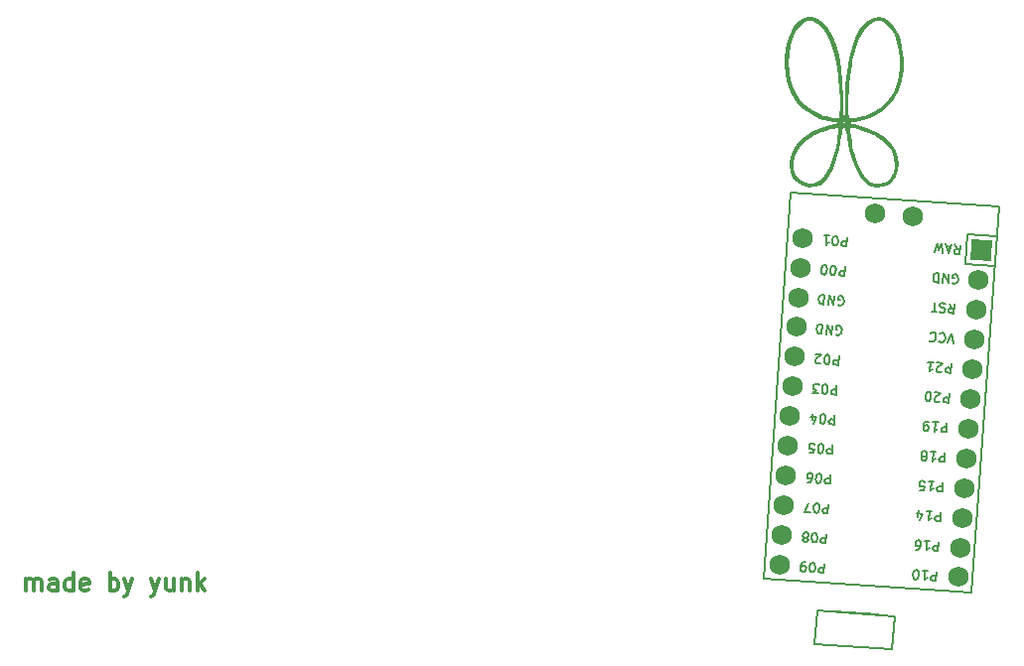
<source format=gbr>
%TF.GenerationSoftware,KiCad,Pcbnew,(6.0.2)*%
%TF.CreationDate,2022-03-13T23:04:35-07:00*%
%TF.ProjectId,polished,706f6c69-7368-4656-942e-6b696361645f,v1.0.0*%
%TF.SameCoordinates,Original*%
%TF.FileFunction,Legend,Top*%
%TF.FilePolarity,Positive*%
%FSLAX46Y46*%
G04 Gerber Fmt 4.6, Leading zero omitted, Abs format (unit mm)*
G04 Created by KiCad (PCBNEW (6.0.2)) date 2022-03-13 23:04:35*
%MOMM*%
%LPD*%
G01*
G04 APERTURE LIST*
G04 Aperture macros list*
%AMRotRect*
0 Rectangle, with rotation*
0 The origin of the aperture is its center*
0 $1 length*
0 $2 width*
0 $3 Rotation angle, in degrees counterclockwise*
0 Add horizontal line*
21,1,$1,$2,0,0,$3*%
G04 Aperture macros list end*
%ADD10C,0.300000*%
%ADD11C,0.150000*%
%ADD12C,1.752600*%
%ADD13RotRect,1.752600X1.752600X266.000000*%
G04 APERTURE END LIST*
D10*
X27988571Y-3218571D02*
X27988571Y-2218571D01*
X27988571Y-2361428D02*
X28060000Y-2290000D01*
X28202857Y-2218571D01*
X28417142Y-2218571D01*
X28560000Y-2290000D01*
X28631428Y-2432857D01*
X28631428Y-3218571D01*
X28631428Y-2432857D02*
X28702857Y-2290000D01*
X28845714Y-2218571D01*
X29060000Y-2218571D01*
X29202857Y-2290000D01*
X29274285Y-2432857D01*
X29274285Y-3218571D01*
X30631428Y-3218571D02*
X30631428Y-2432857D01*
X30560000Y-2290000D01*
X30417142Y-2218571D01*
X30131428Y-2218571D01*
X29988571Y-2290000D01*
X30631428Y-3147142D02*
X30488571Y-3218571D01*
X30131428Y-3218571D01*
X29988571Y-3147142D01*
X29917142Y-3004285D01*
X29917142Y-2861428D01*
X29988571Y-2718571D01*
X30131428Y-2647142D01*
X30488571Y-2647142D01*
X30631428Y-2575714D01*
X31988571Y-3218571D02*
X31988571Y-1718571D01*
X31988571Y-3147142D02*
X31845714Y-3218571D01*
X31560000Y-3218571D01*
X31417142Y-3147142D01*
X31345714Y-3075714D01*
X31274285Y-2932857D01*
X31274285Y-2504285D01*
X31345714Y-2361428D01*
X31417142Y-2290000D01*
X31560000Y-2218571D01*
X31845714Y-2218571D01*
X31988571Y-2290000D01*
X33274285Y-3147142D02*
X33131428Y-3218571D01*
X32845714Y-3218571D01*
X32702857Y-3147142D01*
X32631428Y-3004285D01*
X32631428Y-2432857D01*
X32702857Y-2290000D01*
X32845714Y-2218571D01*
X33131428Y-2218571D01*
X33274285Y-2290000D01*
X33345714Y-2432857D01*
X33345714Y-2575714D01*
X32631428Y-2718571D01*
X35131428Y-3218571D02*
X35131428Y-1718571D01*
X35131428Y-2290000D02*
X35274285Y-2218571D01*
X35560000Y-2218571D01*
X35702857Y-2290000D01*
X35774285Y-2361428D01*
X35845714Y-2504285D01*
X35845714Y-2932857D01*
X35774285Y-3075714D01*
X35702857Y-3147142D01*
X35560000Y-3218571D01*
X35274285Y-3218571D01*
X35131428Y-3147142D01*
X36345714Y-2218571D02*
X36702857Y-3218571D01*
X37060000Y-2218571D02*
X36702857Y-3218571D01*
X36560000Y-3575714D01*
X36488571Y-3647142D01*
X36345714Y-3718571D01*
X38631428Y-2218571D02*
X38988571Y-3218571D01*
X39345714Y-2218571D02*
X38988571Y-3218571D01*
X38845714Y-3575714D01*
X38774285Y-3647142D01*
X38631428Y-3718571D01*
X40560000Y-2218571D02*
X40560000Y-3218571D01*
X39917142Y-2218571D02*
X39917142Y-3004285D01*
X39988571Y-3147142D01*
X40131428Y-3218571D01*
X40345714Y-3218571D01*
X40488571Y-3147142D01*
X40560000Y-3075714D01*
X41274285Y-2218571D02*
X41274285Y-3218571D01*
X41274285Y-2361428D02*
X41345714Y-2290000D01*
X41488571Y-2218571D01*
X41702857Y-2218571D01*
X41845714Y-2290000D01*
X41917142Y-2432857D01*
X41917142Y-3218571D01*
X42631428Y-3218571D02*
X42631428Y-1718571D01*
X42774285Y-2647142D02*
X43202857Y-3218571D01*
X43202857Y-2218571D02*
X42631428Y-2790000D01*
D11*
%TO.C,*%
%TO.C,MCU1*%
X96026338Y-895806D02*
X95970533Y-1693857D01*
X95666513Y-1672598D01*
X95593166Y-1629281D01*
X95557821Y-1588621D01*
X95525133Y-1509959D01*
X95533105Y-1395951D01*
X95576422Y-1322604D01*
X95617082Y-1287259D01*
X95695745Y-1254571D01*
X95999764Y-1275830D01*
X95020472Y-1627422D02*
X94944467Y-1622107D01*
X94871119Y-1578790D01*
X94835774Y-1538130D01*
X94803087Y-1459468D01*
X94775714Y-1304801D01*
X94789001Y-1114789D01*
X94837633Y-965436D01*
X94880950Y-892089D01*
X94921610Y-856744D01*
X95000272Y-824056D01*
X95076277Y-829371D01*
X95149624Y-872688D01*
X95184969Y-913348D01*
X95217657Y-992010D01*
X95245030Y-1146677D01*
X95231743Y-1336690D01*
X95183111Y-1486042D01*
X95139794Y-1559390D01*
X95099134Y-1594735D01*
X95020472Y-1627422D01*
X94430235Y-784195D02*
X94278226Y-773566D01*
X94199563Y-806253D01*
X94158904Y-841599D01*
X94074927Y-950291D01*
X94026295Y-1099643D01*
X94005035Y-1403663D01*
X94037723Y-1482325D01*
X94073068Y-1522985D01*
X94146416Y-1566302D01*
X94298425Y-1576932D01*
X94377088Y-1544244D01*
X94417747Y-1508899D01*
X94461065Y-1435552D01*
X94474352Y-1245539D01*
X94441664Y-1166877D01*
X94406319Y-1126217D01*
X94332971Y-1082900D01*
X94180962Y-1072271D01*
X94102299Y-1104958D01*
X94061640Y-1140303D01*
X94018322Y-1213651D01*
X97206800Y21173704D02*
X97280147Y21130386D01*
X97394155Y21122414D01*
X97510819Y21152445D01*
X97592139Y21223135D01*
X97635456Y21296482D01*
X97684088Y21445834D01*
X97692061Y21559842D01*
X97664688Y21714509D01*
X97632000Y21793171D01*
X97561310Y21874491D01*
X97449960Y21920466D01*
X97373955Y21925780D01*
X97257290Y21895750D01*
X97216631Y21860405D01*
X97198029Y21594388D01*
X97350039Y21583758D01*
X96879923Y21960326D02*
X96824118Y21162275D01*
X96423894Y21992215D01*
X96368089Y21194164D01*
X96043870Y22018789D02*
X95988064Y21220738D01*
X95798052Y21234025D01*
X95686702Y21279999D01*
X95616012Y21361319D01*
X95583325Y21439981D01*
X95555952Y21594648D01*
X95563924Y21708656D01*
X95612556Y21858008D01*
X95655873Y21931355D01*
X95737193Y22002046D01*
X95853857Y22032076D01*
X96043870Y22018789D01*
X96735063Y9239444D02*
X96679258Y8441393D01*
X96375238Y8462652D01*
X96301891Y8505969D01*
X96266546Y8546629D01*
X96233858Y8625291D01*
X96241830Y8739299D01*
X96285147Y8812646D01*
X96325807Y8847991D01*
X96404470Y8880679D01*
X96708489Y8859420D01*
X95729197Y8507828D02*
X95653192Y8513143D01*
X95579844Y8556460D01*
X95544499Y8597120D01*
X95511812Y8675782D01*
X95484439Y8830449D01*
X95497726Y9020461D01*
X95546358Y9169814D01*
X95589675Y9243161D01*
X95630335Y9278506D01*
X95708997Y9311194D01*
X95785002Y9305879D01*
X95858349Y9262562D01*
X95893694Y9221902D01*
X95926382Y9143240D01*
X95953755Y8988573D01*
X95940468Y8798560D01*
X95891836Y8649208D01*
X95848519Y8575860D01*
X95807859Y8540515D01*
X95729197Y8507828D01*
X94741133Y8576920D02*
X95121158Y8550346D01*
X95185734Y8927713D01*
X95145074Y8892368D01*
X95066412Y8859680D01*
X94876400Y8872967D01*
X94803052Y8916284D01*
X94767707Y8956944D01*
X94735020Y9035607D01*
X94748306Y9225619D01*
X94791624Y9298966D01*
X94832284Y9334311D01*
X94910946Y9366999D01*
X95100958Y9353712D01*
X95174305Y9310395D01*
X95209651Y9269735D01*
X106666041Y13637407D02*
X106610236Y12839356D01*
X106306216Y12860615D01*
X106232869Y12903932D01*
X106197524Y12944592D01*
X106164836Y13023254D01*
X106172808Y13137262D01*
X106216125Y13210609D01*
X106256785Y13245954D01*
X106335448Y13278642D01*
X106639467Y13257383D01*
X105855502Y12968509D02*
X105814842Y12933164D01*
X105736180Y12900476D01*
X105546167Y12913763D01*
X105472820Y12957080D01*
X105437475Y12997740D01*
X105404787Y13076402D01*
X105410102Y13152407D01*
X105456077Y13263757D01*
X105943995Y13687898D01*
X105449963Y13722444D01*
X104900126Y12958939D02*
X104824121Y12964253D01*
X104750774Y13007571D01*
X104715429Y13048230D01*
X104682741Y13126893D01*
X104655368Y13281560D01*
X104668655Y13471572D01*
X104717287Y13620924D01*
X104760604Y13694272D01*
X104801264Y13729617D01*
X104879926Y13762305D01*
X104955931Y13756990D01*
X105029279Y13713673D01*
X105064624Y13673013D01*
X105097311Y13594350D01*
X105124684Y13439683D01*
X105111397Y13249671D01*
X105062765Y13100319D01*
X105019448Y13026971D01*
X104978788Y12991626D01*
X104900126Y12958939D01*
X105602953Y-1565468D02*
X105547148Y-2363519D01*
X105243128Y-2342260D01*
X105169781Y-2298943D01*
X105134436Y-2258283D01*
X105101748Y-2179621D01*
X105109720Y-2065613D01*
X105153037Y-1992266D01*
X105193697Y-1956921D01*
X105272360Y-1924233D01*
X105576379Y-1945492D01*
X104386875Y-1480431D02*
X104842904Y-1512320D01*
X104614889Y-1496376D02*
X104559084Y-2294427D01*
X104643061Y-2185734D01*
X104724381Y-2115044D01*
X104803043Y-2082357D01*
X103837038Y-2243936D02*
X103761033Y-2238622D01*
X103687686Y-2195304D01*
X103652341Y-2154645D01*
X103619653Y-2075982D01*
X103592280Y-1921315D01*
X103605567Y-1731303D01*
X103654199Y-1581951D01*
X103697516Y-1508603D01*
X103738176Y-1473258D01*
X103816838Y-1440570D01*
X103892843Y-1445885D01*
X103966191Y-1489202D01*
X104001536Y-1529862D01*
X104034223Y-1608525D01*
X104061596Y-1763192D01*
X104048309Y-1953204D01*
X103999677Y-2102556D01*
X103956360Y-2175904D01*
X103915700Y-2211249D01*
X103837038Y-2243936D01*
X106134497Y6035969D02*
X106078692Y5237918D01*
X105774672Y5259177D01*
X105701325Y5302494D01*
X105665980Y5343154D01*
X105633292Y5421816D01*
X105641264Y5535824D01*
X105684581Y5609171D01*
X105725241Y5644516D01*
X105803904Y5677204D01*
X106107923Y5655945D01*
X104918419Y6121006D02*
X105374448Y6089117D01*
X105146433Y6105061D02*
X105090628Y5307010D01*
X105174605Y5415703D01*
X105255925Y5486393D01*
X105334587Y5519080D01*
X104140567Y5373445D02*
X104520592Y5346871D01*
X104585168Y5724238D01*
X104544508Y5688893D01*
X104465846Y5656205D01*
X104275834Y5669492D01*
X104202486Y5712809D01*
X104167141Y5753469D01*
X104134454Y5832132D01*
X104147740Y6022144D01*
X104191058Y6095491D01*
X104231718Y6130836D01*
X104310380Y6163524D01*
X104500392Y6150237D01*
X104573739Y6106920D01*
X104609085Y6066260D01*
X105780134Y968344D02*
X105724329Y170293D01*
X105420309Y191552D01*
X105346962Y234869D01*
X105311617Y275529D01*
X105278929Y354191D01*
X105286901Y468199D01*
X105330218Y541546D01*
X105370878Y576891D01*
X105449541Y609579D01*
X105753560Y588320D01*
X104564056Y1053381D02*
X105020085Y1021492D01*
X104792070Y1037436D02*
X104736265Y239385D01*
X104820242Y348078D01*
X104901562Y418768D01*
X104980224Y451455D01*
X103824207Y303162D02*
X103976217Y292533D01*
X104054879Y325221D01*
X104095539Y360566D01*
X104179516Y469258D01*
X104228148Y618611D01*
X104249407Y922630D01*
X104216719Y1001292D01*
X104181374Y1041952D01*
X104108027Y1085269D01*
X103956017Y1095899D01*
X103877355Y1063211D01*
X103836695Y1027866D01*
X103793377Y954519D01*
X103780091Y764507D01*
X103812778Y685844D01*
X103848123Y645184D01*
X103921471Y601867D01*
X104073480Y591238D01*
X104152143Y623925D01*
X104192803Y659270D01*
X104236120Y732618D01*
X106665551Y21276049D02*
X106904994Y20877423D01*
X107121580Y21244160D02*
X107065775Y20446109D01*
X106761755Y20467368D01*
X106688408Y20510685D01*
X106653063Y20551345D01*
X106620375Y20630007D01*
X106628347Y20744015D01*
X106671665Y20817362D01*
X106712324Y20852707D01*
X106790987Y20885395D01*
X107095006Y20864136D01*
X106358874Y21259305D02*
X106247524Y21305280D01*
X106057512Y21318567D01*
X105978849Y21285879D01*
X105938190Y21250534D01*
X105894872Y21177187D01*
X105889558Y21101182D01*
X105922245Y21022520D01*
X105957590Y20981860D01*
X106030938Y20938543D01*
X106180290Y20889911D01*
X106253638Y20846593D01*
X106288983Y20805933D01*
X106321670Y20727271D01*
X106316356Y20651266D01*
X106273038Y20577919D01*
X106232379Y20542574D01*
X106153716Y20509886D01*
X105963704Y20523173D01*
X105852354Y20569148D01*
X105621682Y20547090D02*
X105165653Y20578978D01*
X105449473Y21361085D02*
X105393668Y20563034D01*
X97266608Y16840882D02*
X97210803Y16042831D01*
X96906783Y16064090D01*
X96833436Y16107407D01*
X96798091Y16148067D01*
X96765403Y16226729D01*
X96773375Y16340737D01*
X96816692Y16414084D01*
X96857352Y16449429D01*
X96936015Y16482117D01*
X97240034Y16460858D01*
X96260742Y16109266D02*
X96184737Y16114581D01*
X96111389Y16157898D01*
X96076044Y16198558D01*
X96043357Y16277220D01*
X96015984Y16431887D01*
X96029271Y16621899D01*
X96077903Y16771252D01*
X96121220Y16844599D01*
X96161880Y16879944D01*
X96240542Y16912632D01*
X96316547Y16907317D01*
X96389894Y16864000D01*
X96425239Y16823340D01*
X96457927Y16744678D01*
X96485300Y16590011D01*
X96472013Y16399998D01*
X96423381Y16250646D01*
X96380064Y16177298D01*
X96339404Y16141953D01*
X96260742Y16109266D01*
X95696020Y16225131D02*
X95655360Y16189786D01*
X95576698Y16157099D01*
X95386686Y16170386D01*
X95313338Y16213703D01*
X95277993Y16254363D01*
X95245305Y16333025D01*
X95250620Y16409030D01*
X95296595Y16520380D01*
X95784513Y16944520D01*
X95290481Y16979067D01*
X96380701Y4171819D02*
X96324896Y3373768D01*
X96020876Y3395027D01*
X95947529Y3438344D01*
X95912184Y3479004D01*
X95879496Y3557666D01*
X95887468Y3671674D01*
X95930785Y3745021D01*
X95971445Y3780366D01*
X96050108Y3813054D01*
X96354127Y3791795D01*
X95374835Y3440203D02*
X95298830Y3445518D01*
X95225482Y3488835D01*
X95190137Y3529495D01*
X95157450Y3608157D01*
X95130077Y3762824D01*
X95143364Y3952836D01*
X95191996Y4102189D01*
X95235313Y4175536D01*
X95275973Y4210881D01*
X95354635Y4243569D01*
X95430640Y4238254D01*
X95503987Y4194937D01*
X95539332Y4154277D01*
X95572020Y4075615D01*
X95599393Y3920948D01*
X95586106Y3730935D01*
X95537474Y3581583D01*
X95494157Y3508235D01*
X95453497Y3472890D01*
X95374835Y3440203D01*
X94842801Y3477406D02*
X94310766Y3514610D01*
X94708594Y4288744D01*
X107059605Y17900339D02*
X106849393Y18716992D01*
X106527571Y17937542D01*
X105856015Y18710079D02*
X105896675Y18745424D01*
X106013339Y18775454D01*
X106089344Y18770139D01*
X106200694Y18724165D01*
X106271384Y18642845D01*
X106304072Y18564183D01*
X106331445Y18409516D01*
X106323473Y18295508D01*
X106274841Y18146156D01*
X106231523Y18072808D01*
X106150204Y18002118D01*
X106033539Y17972088D01*
X105957534Y17977403D01*
X105846184Y18023377D01*
X105810839Y18064037D01*
X105057963Y18765884D02*
X105098623Y18801229D01*
X105215288Y18831259D01*
X105291293Y18825944D01*
X105402643Y18779970D01*
X105473333Y18698650D01*
X105506021Y18619988D01*
X105533393Y18465321D01*
X105525421Y18351313D01*
X105476789Y18201961D01*
X105433472Y18128614D01*
X105352152Y18057924D01*
X105235488Y18027893D01*
X105159483Y18033208D01*
X105048133Y18079183D01*
X105012788Y18119842D01*
X97975333Y26976133D02*
X97919528Y26178082D01*
X97615508Y26199341D01*
X97542161Y26242658D01*
X97506816Y26283318D01*
X97474128Y26361980D01*
X97482100Y26475988D01*
X97525417Y26549335D01*
X97566077Y26584680D01*
X97644740Y26617368D01*
X97948759Y26596109D01*
X96969467Y26244517D02*
X96893462Y26249832D01*
X96820114Y26293149D01*
X96784769Y26333809D01*
X96752082Y26412471D01*
X96724709Y26567138D01*
X96737996Y26757150D01*
X96786628Y26906503D01*
X96829945Y26979850D01*
X96870605Y27015195D01*
X96949267Y27047883D01*
X97025272Y27042568D01*
X97098619Y26999251D01*
X97133964Y26958591D01*
X97166652Y26879929D01*
X97194025Y26725262D01*
X97180738Y26535249D01*
X97132106Y26385897D01*
X97088789Y26312549D01*
X97048129Y26277204D01*
X96969467Y26244517D01*
X95999206Y27114318D02*
X96455235Y27082429D01*
X96227221Y27098373D02*
X96171416Y26300322D01*
X96255393Y26409014D01*
X96336712Y26479705D01*
X96415374Y26512392D01*
X96203519Y1638006D02*
X96147714Y839955D01*
X95843694Y861214D01*
X95770347Y904531D01*
X95735002Y945191D01*
X95702314Y1023853D01*
X95710286Y1137861D01*
X95753603Y1211208D01*
X95794263Y1246553D01*
X95872926Y1279241D01*
X96176945Y1257982D01*
X95197653Y906390D02*
X95121648Y911705D01*
X95048300Y955022D01*
X95012955Y995682D01*
X94980268Y1074344D01*
X94952895Y1229011D01*
X94966182Y1419023D01*
X95014814Y1568376D01*
X95058131Y1641723D01*
X95098791Y1677068D01*
X95177453Y1709756D01*
X95253458Y1704441D01*
X95326805Y1661124D01*
X95362150Y1620464D01*
X95394838Y1541802D01*
X95422211Y1387135D01*
X95408924Y1197122D01*
X95360292Y1047770D01*
X95316975Y974422D01*
X95276315Y939077D01*
X95197653Y906390D01*
X94499523Y1298902D02*
X94572870Y1255585D01*
X94608215Y1214925D01*
X94640903Y1136263D01*
X94638246Y1098260D01*
X94594928Y1024913D01*
X94554269Y989568D01*
X94475606Y956880D01*
X94323597Y967510D01*
X94250249Y1010827D01*
X94214904Y1051487D01*
X94182216Y1130149D01*
X94184874Y1168151D01*
X94228191Y1241499D01*
X94268851Y1276844D01*
X94347513Y1309532D01*
X94499523Y1298902D01*
X94578185Y1331590D01*
X94618845Y1366935D01*
X94662162Y1440282D01*
X94672792Y1592292D01*
X94640104Y1670954D01*
X94604759Y1711614D01*
X94531412Y1754931D01*
X94379402Y1765561D01*
X94300740Y1732873D01*
X94260080Y1697528D01*
X94216762Y1624181D01*
X94206133Y1472171D01*
X94238821Y1393509D01*
X94274166Y1352849D01*
X94347513Y1309532D01*
X96557882Y6705631D02*
X96502077Y5907580D01*
X96198057Y5928839D01*
X96124710Y5972156D01*
X96089365Y6012816D01*
X96056677Y6091478D01*
X96064649Y6205486D01*
X96107966Y6278833D01*
X96148626Y6314178D01*
X96227289Y6346866D01*
X96531308Y6325607D01*
X95552016Y5974015D02*
X95476011Y5979330D01*
X95402663Y6022647D01*
X95367318Y6063307D01*
X95334631Y6141969D01*
X95307258Y6296636D01*
X95320545Y6486648D01*
X95369177Y6636001D01*
X95412494Y6709348D01*
X95453154Y6744693D01*
X95531816Y6777381D01*
X95607821Y6772066D01*
X95681168Y6728749D01*
X95716513Y6688089D01*
X95749201Y6609427D01*
X95776574Y6454760D01*
X95763287Y6264747D01*
X95714655Y6115395D01*
X95671338Y6042047D01*
X95630678Y6006702D01*
X95552016Y5974015D01*
X94601955Y6040449D02*
X94753965Y6029820D01*
X94832627Y6062508D01*
X94873287Y6097853D01*
X94957264Y6206545D01*
X95005896Y6355898D01*
X95027155Y6659917D01*
X94994467Y6738579D01*
X94959122Y6779239D01*
X94885775Y6822556D01*
X94733765Y6833186D01*
X94655103Y6800498D01*
X94614443Y6765153D01*
X94571125Y6691806D01*
X94557839Y6501794D01*
X94590526Y6423131D01*
X94625871Y6382471D01*
X94699219Y6339154D01*
X94851228Y6328525D01*
X94929891Y6361212D01*
X94970551Y6396557D01*
X95013868Y6469905D01*
X106960596Y23037855D02*
X107033943Y22994537D01*
X107147951Y22986565D01*
X107264615Y23016596D01*
X107345935Y23087286D01*
X107389252Y23160633D01*
X107437884Y23309985D01*
X107445857Y23423993D01*
X107418484Y23578660D01*
X107385796Y23657322D01*
X107315106Y23738642D01*
X107203756Y23784617D01*
X107127751Y23789931D01*
X107011086Y23759901D01*
X106970427Y23724556D01*
X106951825Y23458539D01*
X107103835Y23447909D01*
X106633719Y23824477D02*
X106577914Y23026426D01*
X106177690Y23856366D01*
X106121885Y23058315D01*
X105797666Y23882940D02*
X105741860Y23084889D01*
X105551848Y23098176D01*
X105440498Y23144150D01*
X105369808Y23225470D01*
X105337121Y23304132D01*
X105309748Y23458799D01*
X105317720Y23572807D01*
X105366352Y23722159D01*
X105409669Y23795506D01*
X105490989Y23866197D01*
X105607653Y23896227D01*
X105797666Y23882940D01*
X106311678Y8569782D02*
X106255873Y7771731D01*
X105951853Y7792990D01*
X105878506Y7836307D01*
X105843161Y7876967D01*
X105810473Y7955629D01*
X105818445Y8069637D01*
X105861762Y8142984D01*
X105902422Y8178329D01*
X105981085Y8211017D01*
X106285104Y8189758D01*
X105095600Y8654819D02*
X105551629Y8622930D01*
X105323614Y8638874D02*
X105267809Y7840823D01*
X105351786Y7949516D01*
X105433106Y8020206D01*
X105511768Y8052893D01*
X104607682Y8230678D02*
X104681029Y8187361D01*
X104716374Y8146701D01*
X104749062Y8068039D01*
X104746405Y8030036D01*
X104703087Y7956689D01*
X104662428Y7921344D01*
X104583765Y7888656D01*
X104431756Y7899286D01*
X104358408Y7942603D01*
X104323063Y7983263D01*
X104290375Y8061925D01*
X104293033Y8099927D01*
X104336350Y8173275D01*
X104377010Y8208620D01*
X104455672Y8241308D01*
X104607682Y8230678D01*
X104686344Y8263366D01*
X104727004Y8298711D01*
X104770321Y8372058D01*
X104780951Y8524068D01*
X104748263Y8602730D01*
X104712918Y8643390D01*
X104639571Y8686707D01*
X104487561Y8697337D01*
X104408899Y8664649D01*
X104368239Y8629304D01*
X104324921Y8555957D01*
X104314292Y8403947D01*
X104346980Y8325285D01*
X104382325Y8284625D01*
X104455672Y8241308D01*
X106843223Y16171220D02*
X106787418Y15373169D01*
X106483398Y15394428D01*
X106410051Y15437745D01*
X106374706Y15478405D01*
X106342018Y15557067D01*
X106349990Y15671075D01*
X106393307Y15744422D01*
X106433967Y15779767D01*
X106512630Y15812455D01*
X106816649Y15791196D01*
X106032684Y15502322D02*
X105992024Y15466977D01*
X105913362Y15434289D01*
X105723349Y15447576D01*
X105650002Y15490893D01*
X105614657Y15531553D01*
X105581969Y15610215D01*
X105587284Y15686220D01*
X105633259Y15797570D01*
X106121177Y16221711D01*
X105627145Y16256257D01*
X104867096Y16309405D02*
X105323125Y16277516D01*
X105095111Y16293460D02*
X105039306Y15495409D01*
X105123283Y15604101D01*
X105204602Y15674792D01*
X105283264Y15707479D01*
X106488860Y11103595D02*
X106433055Y10305544D01*
X106129035Y10326803D01*
X106055688Y10370120D01*
X106020343Y10410780D01*
X105987655Y10489442D01*
X105995627Y10603450D01*
X106038944Y10676797D01*
X106079604Y10712142D01*
X106158267Y10744830D01*
X106462286Y10723571D01*
X105272782Y11188632D02*
X105728811Y11156743D01*
X105500796Y11172687D02*
X105444991Y10374636D01*
X105528968Y10483329D01*
X105610288Y10554019D01*
X105688950Y10586706D01*
X104892757Y11215206D02*
X104740748Y11225835D01*
X104662085Y11193148D01*
X104621426Y11157802D01*
X104537449Y11049110D01*
X104488817Y10899758D01*
X104467557Y10595738D01*
X104500245Y10517076D01*
X104535590Y10476416D01*
X104608938Y10433099D01*
X104760947Y10422469D01*
X104839610Y10455157D01*
X104880269Y10490502D01*
X104923587Y10563849D01*
X104936874Y10753862D01*
X104904186Y10832524D01*
X104868841Y10873184D01*
X104795493Y10916501D01*
X104643484Y10927130D01*
X104564821Y10894443D01*
X104524162Y10859098D01*
X104480844Y10785750D01*
X97798152Y24442320D02*
X97742347Y23644269D01*
X97438327Y23665528D01*
X97364980Y23708845D01*
X97329635Y23749505D01*
X97296947Y23828167D01*
X97304919Y23942175D01*
X97348236Y24015522D01*
X97388896Y24050867D01*
X97467559Y24083555D01*
X97771578Y24062296D01*
X96792286Y23710704D02*
X96716281Y23716019D01*
X96642933Y23759336D01*
X96607588Y23799996D01*
X96574901Y23878658D01*
X96547528Y24033325D01*
X96560815Y24223337D01*
X96609447Y24372690D01*
X96652764Y24446037D01*
X96693424Y24481382D01*
X96772086Y24514070D01*
X96848091Y24508755D01*
X96921438Y24465438D01*
X96956783Y24424778D01*
X96989471Y24346116D01*
X97016844Y24191449D01*
X97003557Y24001436D01*
X96954925Y23852084D01*
X96911608Y23778736D01*
X96870948Y23743391D01*
X96792286Y23710704D01*
X96032237Y23763852D02*
X95956232Y23769166D01*
X95882885Y23812484D01*
X95847540Y23853143D01*
X95814852Y23931806D01*
X95787479Y24086473D01*
X95800766Y24276485D01*
X95849398Y24425837D01*
X95892715Y24499185D01*
X95933375Y24534530D01*
X96012037Y24567218D01*
X96088042Y24561903D01*
X96161390Y24518586D01*
X96196735Y24477926D01*
X96229422Y24399263D01*
X96256795Y24244596D01*
X96243508Y24054584D01*
X96194876Y23905232D01*
X96151559Y23831884D01*
X96110899Y23796539D01*
X96032237Y23763852D01*
X107133921Y26335703D02*
X107373364Y25937076D01*
X107589950Y26303814D02*
X107534145Y25505763D01*
X107230126Y25527022D01*
X107156778Y25570339D01*
X107121433Y25610999D01*
X107088745Y25689661D01*
X107096718Y25803668D01*
X107140035Y25877016D01*
X107180695Y25912361D01*
X107259357Y25945049D01*
X107563376Y25923789D01*
X106813957Y26128947D02*
X106433933Y26155521D01*
X106905906Y26351647D02*
X106584084Y25572197D01*
X106373872Y26388850D01*
X106128055Y25604086D02*
X105993848Y26415424D01*
X105801977Y25856017D01*
X105689828Y26436683D01*
X105444011Y25651919D01*
X96912245Y11773257D02*
X96856440Y10975206D01*
X96552420Y10996465D01*
X96479073Y11039782D01*
X96443728Y11080442D01*
X96411040Y11159104D01*
X96419012Y11273112D01*
X96462329Y11346459D01*
X96502989Y11381804D01*
X96581652Y11414492D01*
X96885671Y11393233D01*
X95906379Y11041641D02*
X95830374Y11046956D01*
X95757026Y11090273D01*
X95721681Y11130933D01*
X95688994Y11209595D01*
X95661621Y11364262D01*
X95674908Y11554274D01*
X95723540Y11703627D01*
X95766857Y11776974D01*
X95807517Y11812319D01*
X95886179Y11845007D01*
X95962184Y11839692D01*
X96035531Y11796375D01*
X96070876Y11755715D01*
X96103564Y11677053D01*
X96130937Y11522386D01*
X96117650Y11332373D01*
X96069018Y11183021D01*
X96025701Y11109673D01*
X95985041Y11074328D01*
X95906379Y11041641D01*
X94974919Y11374093D02*
X95012123Y11906127D01*
X95143673Y11056786D02*
X95373546Y11613536D01*
X94879514Y11648082D01*
X97089426Y14307069D02*
X97033621Y13509018D01*
X96729601Y13530277D01*
X96656254Y13573594D01*
X96620909Y13614254D01*
X96588221Y13692916D01*
X96596193Y13806924D01*
X96639510Y13880271D01*
X96680170Y13915616D01*
X96758833Y13948304D01*
X97062852Y13927045D01*
X96083560Y13575453D02*
X96007555Y13580768D01*
X95934207Y13624085D01*
X95898862Y13664745D01*
X95866175Y13743407D01*
X95838802Y13898074D01*
X95852089Y14088086D01*
X95900721Y14237439D01*
X95944038Y14310786D01*
X95984698Y14346131D01*
X96063360Y14378819D01*
X96139365Y14373504D01*
X96212712Y14330187D01*
X96248057Y14289527D01*
X96280745Y14210865D01*
X96308118Y14056198D01*
X96294831Y13866185D01*
X96246199Y13716833D01*
X96202882Y13643485D01*
X96162222Y13608140D01*
X96083560Y13575453D01*
X95551526Y13612656D02*
X95057494Y13647202D01*
X95344770Y13932620D01*
X95230763Y13940592D01*
X95157415Y13983909D01*
X95122070Y14024569D01*
X95089383Y14103232D01*
X95102669Y14293244D01*
X95145987Y14366591D01*
X95186647Y14401936D01*
X95265309Y14434624D01*
X95493323Y14418680D01*
X95566671Y14375362D01*
X95602016Y14334703D01*
X97029618Y18639892D02*
X97102965Y18596574D01*
X97216973Y18588602D01*
X97333637Y18618633D01*
X97414957Y18689323D01*
X97458274Y18762670D01*
X97506906Y18912022D01*
X97514879Y19026030D01*
X97487506Y19180697D01*
X97454818Y19259359D01*
X97384128Y19340679D01*
X97272778Y19386654D01*
X97196773Y19391968D01*
X97080108Y19361938D01*
X97039449Y19326593D01*
X97020847Y19060576D01*
X97172857Y19049946D01*
X96702741Y19426514D02*
X96646936Y18628463D01*
X96246712Y19458403D01*
X96190907Y18660352D01*
X95866688Y19484977D02*
X95810882Y18686926D01*
X95620870Y18700213D01*
X95509520Y18746187D01*
X95438830Y18827507D01*
X95406143Y18906169D01*
X95378770Y19060836D01*
X95386742Y19174844D01*
X95435374Y19324196D01*
X95478691Y19397543D01*
X95560011Y19468234D01*
X95676675Y19498264D01*
X95866688Y19484977D01*
X105957315Y3502157D02*
X105901510Y2704106D01*
X105597490Y2725365D01*
X105524143Y2768682D01*
X105488798Y2809342D01*
X105456110Y2888004D01*
X105464082Y3002012D01*
X105507399Y3075359D01*
X105548059Y3110704D01*
X105626722Y3143392D01*
X105930741Y3122133D01*
X104741237Y3587194D02*
X105197266Y3555305D01*
X104969251Y3571249D02*
X104913446Y2773198D01*
X104997423Y2881891D01*
X105078743Y2952581D01*
X105157405Y2985268D01*
X104019989Y3102993D02*
X104057193Y3635027D01*
X104188743Y2785686D02*
X104418616Y3342436D01*
X103924584Y3376982D01*
%TO.C,G\u002A\u002A\u002A*%
G36*
X97815780Y38514556D02*
G01*
X97850845Y39853976D01*
X97954989Y41073644D01*
X98126634Y42166864D01*
X98364204Y43126937D01*
X98666122Y43947167D01*
X99030810Y44620855D01*
X99350386Y45032252D01*
X99797757Y45437813D01*
X100238773Y45675078D01*
X100676689Y45744810D01*
X101114759Y45647773D01*
X101380637Y45508802D01*
X101791561Y45153739D01*
X102143576Y44656645D01*
X102428388Y44037077D01*
X102637702Y43314597D01*
X102763225Y42508763D01*
X102786808Y42192693D01*
X102771421Y41210600D01*
X102622032Y40298856D01*
X102346342Y39468332D01*
X101952055Y38729899D01*
X101446874Y38094427D01*
X100838501Y37572789D01*
X100134640Y37175853D01*
X99342992Y36914493D01*
X99001114Y36849988D01*
X98593785Y36785290D01*
X98352682Y36732611D01*
X98276069Y36682441D01*
X98362214Y36625265D01*
X98609382Y36551572D01*
X98932194Y36471858D01*
X99828238Y36194796D01*
X100610864Y35823957D01*
X101268965Y35366892D01*
X101791436Y34831156D01*
X102132887Y34295259D01*
X102333147Y33738739D01*
X102400739Y33164421D01*
X102338977Y32608020D01*
X102151178Y32105253D01*
X101896455Y31748376D01*
X101506045Y31443031D01*
X101041808Y31254835D01*
X100548671Y31192525D01*
X100071562Y31264836D01*
X99857558Y31351898D01*
X99430872Y31660752D01*
X99044889Y32127441D01*
X98702926Y32744644D01*
X98408299Y33505040D01*
X98164324Y34401310D01*
X97974318Y35426133D01*
X97956644Y35547886D01*
X97890999Y35946665D01*
X97845999Y36118861D01*
X98241594Y36118861D01*
X98256543Y35876817D01*
X98298272Y35540074D01*
X98361149Y35143785D01*
X98439540Y34723100D01*
X98527814Y34313174D01*
X98620336Y33949158D01*
X98630334Y33914108D01*
X98911202Y33107897D01*
X99242451Y32456715D01*
X99622402Y31963253D01*
X100049376Y31630202D01*
X100059447Y31624609D01*
X100354602Y31539695D01*
X100724728Y31540309D01*
X101101787Y31621304D01*
X101329207Y31720671D01*
X101693183Y32020432D01*
X101943676Y32430969D01*
X102066818Y32926126D01*
X102077336Y33131701D01*
X101994658Y33716313D01*
X101754233Y34277494D01*
X101367471Y34799510D01*
X100845782Y35266628D01*
X100266004Y35629367D01*
X99971632Y35766293D01*
X99618107Y35904332D01*
X99242319Y36032424D01*
X98881163Y36139508D01*
X98571529Y36214523D01*
X98350312Y36246409D01*
X98259058Y36231053D01*
X98241594Y36118861D01*
X97845999Y36118861D01*
X97826791Y36192360D01*
X97759242Y36301109D01*
X97731114Y36309886D01*
X97660983Y36249921D01*
X97596045Y36059269D01*
X97531525Y35721794D01*
X97505583Y35547886D01*
X97321792Y34509201D01*
X97083662Y33598255D01*
X96794511Y32822366D01*
X96457655Y32188856D01*
X96076410Y31705045D01*
X95654093Y31378253D01*
X95604669Y31351898D01*
X95177701Y31218284D01*
X94697832Y31202937D01*
X94233528Y31306035D01*
X94132780Y31348069D01*
X93673353Y31641747D01*
X93345295Y32038377D01*
X93146474Y32541694D01*
X93074762Y33155432D01*
X93074447Y33203310D01*
X93081701Y33259267D01*
X93378622Y33259267D01*
X93416429Y32740264D01*
X93589743Y32283692D01*
X93867181Y31931436D01*
X94233743Y31679547D01*
X94649077Y31542024D01*
X95072827Y31532864D01*
X95428151Y31645995D01*
X95834880Y31951202D01*
X96201335Y32418077D01*
X96525478Y33043331D01*
X96805274Y33823673D01*
X96831626Y33913187D01*
X96924350Y34270413D01*
X97013419Y34677275D01*
X97093200Y35098633D01*
X97158061Y35499349D01*
X97202368Y35844283D01*
X97220491Y36098295D01*
X97206794Y36226248D01*
X97203169Y36231053D01*
X97087022Y36244905D01*
X96850858Y36206154D01*
X96531569Y36125861D01*
X96166047Y36015085D01*
X95791187Y35884887D01*
X95443879Y35746328D01*
X95196223Y35629367D01*
X94595022Y35247543D01*
X94103700Y34800959D01*
X93731219Y34308277D01*
X93486539Y33788159D01*
X93378622Y33259267D01*
X93081701Y33259267D01*
X93156221Y33834113D01*
X93394850Y34426789D01*
X93780293Y34971840D01*
X94302510Y35459769D01*
X94951460Y35881078D01*
X95717102Y36226272D01*
X96530033Y36471858D01*
X96908361Y36566271D01*
X97127092Y36636340D01*
X97184492Y36691579D01*
X97078828Y36741500D01*
X97049691Y36747330D01*
X97674669Y36747330D01*
X97686291Y36696996D01*
X97731114Y36690886D01*
X97800804Y36721864D01*
X97787558Y36747330D01*
X97687078Y36757463D01*
X97674669Y36747330D01*
X97049691Y36747330D01*
X96808365Y36795617D01*
X96461114Y36849988D01*
X95636287Y37053677D01*
X94896145Y37397319D01*
X94248389Y37870043D01*
X93700723Y38460977D01*
X93260848Y39159251D01*
X92936469Y39953994D01*
X92735287Y40834336D01*
X92665006Y41789404D01*
X92665043Y41790853D01*
X93000054Y41790853D01*
X93047007Y41045888D01*
X93177321Y40320301D01*
X93394178Y39639421D01*
X93544411Y39307072D01*
X93922802Y38726387D01*
X94430718Y38192386D01*
X95028922Y37737824D01*
X95678179Y37395457D01*
X95957113Y37292851D01*
X96213426Y37227938D01*
X96547169Y37164662D01*
X96761446Y37133112D01*
X97265447Y37069138D01*
X97342215Y37536179D01*
X97368998Y37848200D01*
X97373301Y38306317D01*
X97355329Y38888818D01*
X97324214Y39442552D01*
X97209201Y40732042D01*
X97044176Y41861469D01*
X96828518Y42832743D01*
X96561601Y43647773D01*
X96242804Y44308467D01*
X95871504Y44816734D01*
X95454516Y45169789D01*
X95053224Y45361364D01*
X94687544Y45395750D01*
X94334229Y45274529D01*
X94290754Y45249111D01*
X93904352Y44919803D01*
X93582222Y44457894D01*
X93327546Y43888716D01*
X93143505Y43237596D01*
X93033280Y42529865D01*
X93000054Y41790853D01*
X92665043Y41790853D01*
X92675419Y42192693D01*
X92761433Y42986731D01*
X92924627Y43703274D01*
X93155654Y44330808D01*
X93445167Y44857817D01*
X93783821Y45272786D01*
X94162269Y45564199D01*
X94571166Y45720540D01*
X95001165Y45730294D01*
X95431125Y45588022D01*
X95916732Y45247155D01*
X96346542Y44752008D01*
X96718592Y44108845D01*
X97030920Y43323936D01*
X97281563Y42403545D01*
X97468558Y41353939D01*
X97589943Y40181387D01*
X97643756Y38892153D01*
X97646447Y38514556D01*
X97651434Y37963024D01*
X97665881Y37538639D01*
X97689022Y37254114D01*
X97720086Y37122159D01*
X97731114Y37114219D01*
X97764460Y37196697D01*
X97790119Y37435654D01*
X97807322Y37818380D01*
X97813887Y38241162D01*
X98087945Y38241162D01*
X98092077Y37811361D01*
X98105569Y37611822D01*
X98164772Y37058991D01*
X98688776Y37130033D01*
X99026348Y37184703D01*
X99343539Y37250652D01*
X99509114Y37294846D01*
X100162292Y37576886D01*
X100783677Y37985765D01*
X101333382Y38488162D01*
X101771522Y39050756D01*
X101917816Y39307072D01*
X102181575Y39954188D01*
X102357115Y40659364D01*
X102447616Y41397271D01*
X102456261Y42142578D01*
X102386230Y42869956D01*
X102240706Y43554075D01*
X102022869Y44169607D01*
X101735902Y44691221D01*
X101382985Y45093588D01*
X101171473Y45249111D01*
X100818075Y45389247D01*
X100455155Y45373971D01*
X100059464Y45201698D01*
X100007711Y45169789D01*
X99605451Y44822400D01*
X99241435Y44319751D01*
X98920726Y43672633D01*
X98648385Y42891837D01*
X98429474Y41988153D01*
X98373507Y41686219D01*
X98301583Y41200769D01*
X98236027Y40628668D01*
X98179361Y40008287D01*
X98134111Y39377995D01*
X98102797Y38776164D01*
X98087945Y38241162D01*
X97813887Y38241162D01*
X97815300Y38332162D01*
X97815780Y38514556D01*
G37*
%TO.C,T1*%
X95423744Y-4905443D02*
X95224938Y-7748501D01*
X98715705Y-5135640D02*
X102007667Y-5365836D01*
X98715705Y-5135640D02*
X95423744Y-4905443D01*
X95224938Y-7748501D02*
X101808861Y-8208893D01*
X100660955Y-5271665D02*
X96770455Y-4999614D01*
X101808861Y-8208893D02*
X102007667Y-5365836D01*
%TO.C,MCU1*%
X108192456Y27171996D02*
X108015275Y24638183D01*
X108192456Y27171996D02*
X110726269Y26994814D01*
X90863403Y-2170668D02*
X108600092Y-3410938D01*
X108015275Y24638183D02*
X110549088Y24461001D01*
X108600092Y-3410938D02*
X110903451Y29528627D01*
X110903451Y29528627D02*
X93166762Y30768897D01*
X93166762Y30768897D02*
X90863403Y-2170668D01*
%TD*%
D12*
%TO.C,*%
X103561872Y28758875D03*
X100329764Y28984885D03*
%TD*%
D13*
%TO.C,MCU1*%
X109370772Y25816498D03*
D12*
X109193591Y23282686D03*
X109016409Y20748873D03*
X108839228Y18215060D03*
X108662046Y15681248D03*
X108484865Y13147435D03*
X108307683Y10613622D03*
X108130502Y8079810D03*
X107953320Y5545997D03*
X107776139Y3012184D03*
X107598958Y478372D03*
X107421776Y-2055441D03*
X94167896Y26879587D03*
X93990714Y24345774D03*
X93813533Y21811962D03*
X93636352Y19278149D03*
X93459170Y16744336D03*
X93281989Y14210524D03*
X93104807Y11676711D03*
X92927626Y9142898D03*
X92750444Y6609086D03*
X92573263Y4075273D03*
X92396081Y1541460D03*
X92218900Y-992352D03*
%TD*%
M02*

</source>
